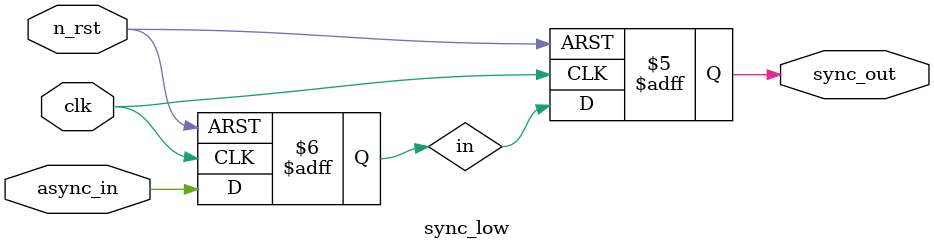
<source format=sv>

module sync_low
(
	input wire clk,
	input wire n_rst,
	input wire async_in,
	output reg sync_out
);

reg in;
always_ff @ (posedge clk, negedge n_rst)
begin
	if(n_rst == 0)
		in <= 0;
	else
		in <= async_in;
end



always_ff @ (posedge clk, negedge n_rst)
begin
	if(n_rst == 0)
		sync_out	<= 0;
	else
		sync_out <= in;
end
endmodule

</source>
